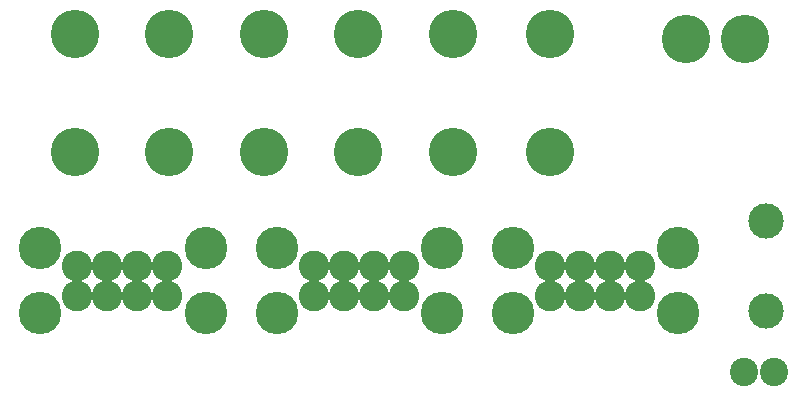
<source format=gbs>
%FSLAX34Y34*%
%MOMM*%
%LNSOLDERMASK_BOTTOM*%
G71*
G01*
%ADD10C, 2.600*%
%ADD11C, 3.600*%
%ADD12C, 4.100*%
%ADD13C, 2.400*%
%ADD14C, 3.000*%
%LPD*%
X236441Y410494D02*
G54D10*
D03*
X211041Y410494D02*
G54D10*
D03*
X185641Y410494D02*
G54D10*
D03*
X160241Y410494D02*
G54D10*
D03*
X236441Y385094D02*
G54D10*
D03*
X211041Y385094D02*
G54D10*
D03*
X185641Y385094D02*
G54D10*
D03*
X160241Y385094D02*
G54D10*
D03*
X269041Y425294D02*
G54D11*
D03*
X129041Y425294D02*
G54D11*
D03*
X129041Y370294D02*
G54D11*
D03*
X269041Y370294D02*
G54D11*
D03*
X436441Y410494D02*
G54D10*
D03*
X411041Y410494D02*
G54D10*
D03*
X385641Y410494D02*
G54D10*
D03*
X360241Y410494D02*
G54D10*
D03*
X436441Y385094D02*
G54D10*
D03*
X411041Y385094D02*
G54D10*
D03*
X385641Y385094D02*
G54D10*
D03*
X360241Y385094D02*
G54D10*
D03*
X469041Y425294D02*
G54D11*
D03*
X329041Y425294D02*
G54D11*
D03*
X329041Y370294D02*
G54D11*
D03*
X469041Y370294D02*
G54D11*
D03*
X636441Y410494D02*
G54D10*
D03*
X611041Y410494D02*
G54D10*
D03*
X585641Y410494D02*
G54D10*
D03*
X560241Y410494D02*
G54D10*
D03*
X636441Y385094D02*
G54D10*
D03*
X611041Y385094D02*
G54D10*
D03*
X585641Y385094D02*
G54D10*
D03*
X560241Y385094D02*
G54D10*
D03*
X669041Y425294D02*
G54D11*
D03*
X529041Y425294D02*
G54D11*
D03*
X529041Y370294D02*
G54D11*
D03*
X669041Y370294D02*
G54D11*
D03*
X675699Y602484D02*
G54D12*
D03*
X725699Y602484D02*
G54D12*
D03*
X158118Y606910D02*
G54D12*
D03*
X158118Y506910D02*
G54D12*
D03*
X238118Y606910D02*
G54D12*
D03*
X238118Y506910D02*
G54D12*
D03*
X318118Y606910D02*
G54D12*
D03*
X318118Y506910D02*
G54D12*
D03*
X398118Y606910D02*
G54D12*
D03*
X398118Y506910D02*
G54D12*
D03*
X478118Y606910D02*
G54D12*
D03*
X478118Y506910D02*
G54D12*
D03*
X560118Y606910D02*
G54D12*
D03*
X560118Y506910D02*
G54D12*
D03*
X750000Y320000D02*
G54D13*
D03*
X724600Y320000D02*
G54D13*
D03*
X743298Y448074D02*
G54D14*
D03*
X743298Y371874D02*
G54D14*
D03*
M02*

</source>
